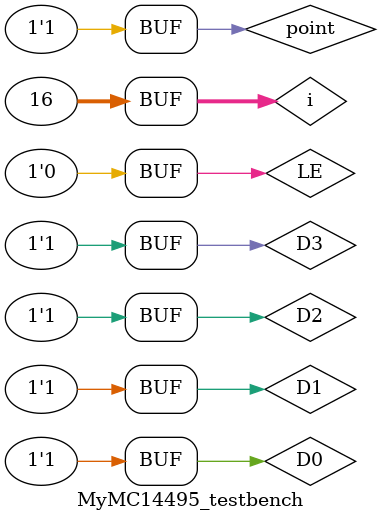
<source format=v>
`timescale 1ns / 1ps


module MyMC14495_testbench(

    );
    reg D3;
    reg D2;
    reg D1;
    reg D0;
    reg LE;
    reg point;

    wire a,b,c,d,e,f,g,p;

    MyMC14495 MyMC14495_uut(
        .D3(D3),
        .D2(D2),
        .D1(D1),
        .D0(D0),
        .LE(LE),
        .point(point),
        .a(a),
        .b(b),
        .c(c),
        .d(d),
        .e(e),
        .f(f),
        .g(g),
        .p(p)
    );

    integer i;
    initial begin
    D3 = 0;
    D2 = 0;
    D1 = 0;
    D0 = 0;
    LE = 0;
    point = 0;
    
    #100;
    for(i = 0;i <= 15;i = i + 1) begin
        {D3,D2,D1,D0} = i;
        point = 1;
        #50;
    end

    for(i = 0;i <= 15;i = i + 1) begin
        {D3,D2,D1,D0} = i;
        LE = 1;
        #50;
    end

    for(i = 0;i <= 15;i = i + 1) begin
        {D3,D2,D1,D0} = i;
        LE = 0;
        #50;
    end

    end

endmodule

</source>
